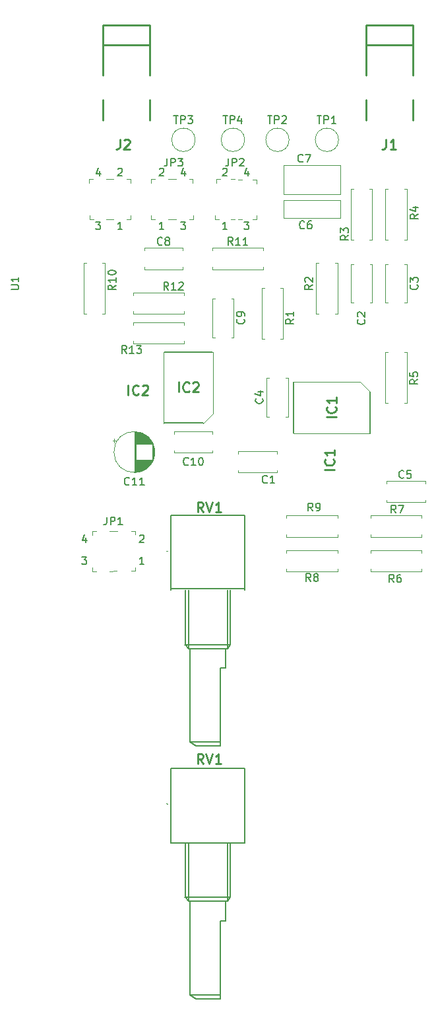
<source format=gbr>
G04 #@! TF.GenerationSoftware,KiCad,Pcbnew,(6.0.5)*
G04 #@! TF.CreationDate,2023-01-06T17:56:39+09:00*
G04 #@! TF.ProjectId,signalprocessing,7369676e-616c-4707-926f-63657373696e,rev?*
G04 #@! TF.SameCoordinates,Original*
G04 #@! TF.FileFunction,Legend,Top*
G04 #@! TF.FilePolarity,Positive*
%FSLAX46Y46*%
G04 Gerber Fmt 4.6, Leading zero omitted, Abs format (unit mm)*
G04 Created by KiCad (PCBNEW (6.0.5)) date 2023-01-06 17:56:39*
%MOMM*%
%LPD*%
G01*
G04 APERTURE LIST*
%ADD10C,0.150000*%
%ADD11C,0.254000*%
%ADD12C,0.120000*%
%ADD13C,0.100000*%
%ADD14C,0.200000*%
G04 APERTURE END LIST*
D10*
X83994666Y-98766380D02*
X84613714Y-98766380D01*
X84280380Y-99147333D01*
X84423238Y-99147333D01*
X84518476Y-99194952D01*
X84566095Y-99242571D01*
X84613714Y-99337809D01*
X84613714Y-99575904D01*
X84566095Y-99671142D01*
X84518476Y-99718761D01*
X84423238Y-99766380D01*
X84137523Y-99766380D01*
X84042285Y-99718761D01*
X83994666Y-99671142D01*
X94916666Y-98766380D02*
X95535714Y-98766380D01*
X95202380Y-99147333D01*
X95345238Y-99147333D01*
X95440476Y-99194952D01*
X95488095Y-99242571D01*
X95535714Y-99337809D01*
X95535714Y-99575904D01*
X95488095Y-99671142D01*
X95440476Y-99718761D01*
X95345238Y-99766380D01*
X95059523Y-99766380D01*
X94964285Y-99718761D01*
X94916666Y-99671142D01*
X100869714Y-99766380D02*
X100298285Y-99766380D01*
X100584000Y-99766380D02*
X100584000Y-98766380D01*
X100488761Y-98909238D01*
X100393523Y-99004476D01*
X100298285Y-99052095D01*
X84518476Y-92241714D02*
X84518476Y-92908380D01*
X84280380Y-91860761D02*
X84042285Y-92575047D01*
X84661333Y-92575047D01*
X100298285Y-92003619D02*
X100345904Y-91956000D01*
X100441142Y-91908380D01*
X100679238Y-91908380D01*
X100774476Y-91956000D01*
X100822095Y-92003619D01*
X100869714Y-92098857D01*
X100869714Y-92194095D01*
X100822095Y-92336952D01*
X100250666Y-92908380D01*
X100869714Y-92908380D01*
X89630285Y-138993619D02*
X89677904Y-138946000D01*
X89773142Y-138898380D01*
X90011238Y-138898380D01*
X90106476Y-138946000D01*
X90154095Y-138993619D01*
X90201714Y-139088857D01*
X90201714Y-139184095D01*
X90154095Y-139326952D01*
X89582666Y-139898380D01*
X90201714Y-139898380D01*
X103568476Y-92241714D02*
X103568476Y-92908380D01*
X103330380Y-91860761D02*
X103092285Y-92575047D01*
X103711333Y-92575047D01*
X90201714Y-142692380D02*
X89630285Y-142692380D01*
X89916000Y-142692380D02*
X89916000Y-141692380D01*
X89820761Y-141835238D01*
X89725523Y-141930476D01*
X89630285Y-141978095D01*
X82216666Y-141692380D02*
X82835714Y-141692380D01*
X82502380Y-142073333D01*
X82645238Y-142073333D01*
X82740476Y-142120952D01*
X82788095Y-142168571D01*
X82835714Y-142263809D01*
X82835714Y-142501904D01*
X82788095Y-142597142D01*
X82740476Y-142644761D01*
X82645238Y-142692380D01*
X82359523Y-142692380D01*
X82264285Y-142644761D01*
X82216666Y-142597142D01*
X103044666Y-98766380D02*
X103663714Y-98766380D01*
X103330380Y-99147333D01*
X103473238Y-99147333D01*
X103568476Y-99194952D01*
X103616095Y-99242571D01*
X103663714Y-99337809D01*
X103663714Y-99575904D01*
X103616095Y-99671142D01*
X103568476Y-99718761D01*
X103473238Y-99766380D01*
X103187523Y-99766380D01*
X103092285Y-99718761D01*
X103044666Y-99671142D01*
X92741714Y-99766380D02*
X92170285Y-99766380D01*
X92456000Y-99766380D02*
X92456000Y-98766380D01*
X92360761Y-98909238D01*
X92265523Y-99004476D01*
X92170285Y-99052095D01*
X82740476Y-139231714D02*
X82740476Y-139898380D01*
X82502380Y-138850761D02*
X82264285Y-139565047D01*
X82883333Y-139565047D01*
X92170285Y-92003619D02*
X92217904Y-91956000D01*
X92313142Y-91908380D01*
X92551238Y-91908380D01*
X92646476Y-91956000D01*
X92694095Y-92003619D01*
X92741714Y-92098857D01*
X92741714Y-92194095D01*
X92694095Y-92336952D01*
X92122666Y-92908380D01*
X92741714Y-92908380D01*
X95440476Y-92241714D02*
X95440476Y-92908380D01*
X95202380Y-91860761D02*
X94964285Y-92575047D01*
X95583333Y-92575047D01*
X86836285Y-92003619D02*
X86883904Y-91956000D01*
X86979142Y-91908380D01*
X87217238Y-91908380D01*
X87312476Y-91956000D01*
X87360095Y-92003619D01*
X87407714Y-92098857D01*
X87407714Y-92194095D01*
X87360095Y-92336952D01*
X86788666Y-92908380D01*
X87407714Y-92908380D01*
X87407714Y-99766380D02*
X86836285Y-99766380D01*
X87122000Y-99766380D02*
X87122000Y-98766380D01*
X87026761Y-98909238D01*
X86931523Y-99004476D01*
X86836285Y-99052095D01*
G04 #@! TO.C,TP4*
X100338095Y-85177380D02*
X100909523Y-85177380D01*
X100623809Y-86177380D02*
X100623809Y-85177380D01*
X101242857Y-86177380D02*
X101242857Y-85177380D01*
X101623809Y-85177380D01*
X101719047Y-85225000D01*
X101766666Y-85272619D01*
X101814285Y-85367857D01*
X101814285Y-85510714D01*
X101766666Y-85605952D01*
X101719047Y-85653571D01*
X101623809Y-85701190D01*
X101242857Y-85701190D01*
X102671428Y-85510714D02*
X102671428Y-86177380D01*
X102433333Y-85129761D02*
X102195238Y-85844047D01*
X102814285Y-85844047D01*
G04 #@! TO.C,C10*
X95877142Y-129897142D02*
X95829523Y-129944761D01*
X95686666Y-129992380D01*
X95591428Y-129992380D01*
X95448571Y-129944761D01*
X95353333Y-129849523D01*
X95305714Y-129754285D01*
X95258095Y-129563809D01*
X95258095Y-129420952D01*
X95305714Y-129230476D01*
X95353333Y-129135238D01*
X95448571Y-129040000D01*
X95591428Y-128992380D01*
X95686666Y-128992380D01*
X95829523Y-129040000D01*
X95877142Y-129087619D01*
X96829523Y-129992380D02*
X96258095Y-129992380D01*
X96543809Y-129992380D02*
X96543809Y-128992380D01*
X96448571Y-129135238D01*
X96353333Y-129230476D01*
X96258095Y-129278095D01*
X97448571Y-128992380D02*
X97543809Y-128992380D01*
X97639047Y-129040000D01*
X97686666Y-129087619D01*
X97734285Y-129182857D01*
X97781904Y-129373333D01*
X97781904Y-129611428D01*
X97734285Y-129801904D01*
X97686666Y-129897142D01*
X97639047Y-129944761D01*
X97543809Y-129992380D01*
X97448571Y-129992380D01*
X97353333Y-129944761D01*
X97305714Y-129897142D01*
X97258095Y-129801904D01*
X97210476Y-129611428D01*
X97210476Y-129373333D01*
X97258095Y-129182857D01*
X97305714Y-129087619D01*
X97353333Y-129040000D01*
X97448571Y-128992380D01*
G04 #@! TO.C,C8*
X92520987Y-101677148D02*
X92473368Y-101724767D01*
X92330511Y-101772386D01*
X92235273Y-101772386D01*
X92092415Y-101724767D01*
X91997177Y-101629529D01*
X91949558Y-101534291D01*
X91901939Y-101343815D01*
X91901939Y-101200958D01*
X91949558Y-101010482D01*
X91997177Y-100915244D01*
X92092415Y-100820006D01*
X92235273Y-100772386D01*
X92330511Y-100772386D01*
X92473368Y-100820006D01*
X92520987Y-100867625D01*
X93092415Y-101200958D02*
X92997177Y-101153339D01*
X92949558Y-101105720D01*
X92901939Y-101010482D01*
X92901939Y-100962863D01*
X92949558Y-100867625D01*
X92997177Y-100820006D01*
X93092415Y-100772386D01*
X93282892Y-100772386D01*
X93378130Y-100820006D01*
X93425749Y-100867625D01*
X93473368Y-100962863D01*
X93473368Y-101010482D01*
X93425749Y-101105720D01*
X93378130Y-101153339D01*
X93282892Y-101200958D01*
X93092415Y-101200958D01*
X92997177Y-101248577D01*
X92949558Y-101296196D01*
X92901939Y-101391434D01*
X92901939Y-101581910D01*
X92949558Y-101677148D01*
X92997177Y-101724767D01*
X93092415Y-101772386D01*
X93282892Y-101772386D01*
X93378130Y-101724767D01*
X93425749Y-101677148D01*
X93473368Y-101581910D01*
X93473368Y-101391434D01*
X93425749Y-101296196D01*
X93378130Y-101248577D01*
X93282892Y-101200958D01*
G04 #@! TO.C,TP1*
X112403095Y-85177380D02*
X112974523Y-85177380D01*
X112688809Y-86177380D02*
X112688809Y-85177380D01*
X113307857Y-86177380D02*
X113307857Y-85177380D01*
X113688809Y-85177380D01*
X113784047Y-85225000D01*
X113831666Y-85272619D01*
X113879285Y-85367857D01*
X113879285Y-85510714D01*
X113831666Y-85605952D01*
X113784047Y-85653571D01*
X113688809Y-85701190D01*
X113307857Y-85701190D01*
X114831666Y-86177380D02*
X114260238Y-86177380D01*
X114545952Y-86177380D02*
X114545952Y-85177380D01*
X114450714Y-85320238D01*
X114355476Y-85415476D01*
X114260238Y-85463095D01*
G04 #@! TO.C,U1*
X73112380Y-107441904D02*
X73921904Y-107441904D01*
X74017142Y-107394285D01*
X74064761Y-107346666D01*
X74112380Y-107251428D01*
X74112380Y-107060952D01*
X74064761Y-106965714D01*
X74017142Y-106918095D01*
X73921904Y-106870476D01*
X73112380Y-106870476D01*
X74112380Y-105870476D02*
X74112380Y-106441904D01*
X74112380Y-106156190D02*
X73112380Y-106156190D01*
X73255238Y-106251428D01*
X73350476Y-106346666D01*
X73398095Y-106441904D01*
G04 #@! TO.C,R12*
X93315254Y-107504150D02*
X92981921Y-107027960D01*
X92743826Y-107504150D02*
X92743826Y-106504150D01*
X93124778Y-106504150D01*
X93220016Y-106551770D01*
X93267635Y-106599389D01*
X93315254Y-106694627D01*
X93315254Y-106837484D01*
X93267635Y-106932722D01*
X93220016Y-106980341D01*
X93124778Y-107027960D01*
X92743826Y-107027960D01*
X94267635Y-107504150D02*
X93696207Y-107504150D01*
X93981921Y-107504150D02*
X93981921Y-106504150D01*
X93886683Y-106647008D01*
X93791445Y-106742246D01*
X93696207Y-106789865D01*
X94648588Y-106599389D02*
X94696207Y-106551770D01*
X94791445Y-106504150D01*
X95029540Y-106504150D01*
X95124778Y-106551770D01*
X95172397Y-106599389D01*
X95220016Y-106694627D01*
X95220016Y-106789865D01*
X95172397Y-106932722D01*
X94600969Y-107504150D01*
X95220016Y-107504150D01*
G04 #@! TO.C,R10*
X86570924Y-106895690D02*
X86094734Y-107229023D01*
X86570924Y-107467118D02*
X85570924Y-107467118D01*
X85570924Y-107086166D01*
X85618544Y-106990928D01*
X85666163Y-106943309D01*
X85761401Y-106895690D01*
X85904258Y-106895690D01*
X85999496Y-106943309D01*
X86047115Y-106990928D01*
X86094734Y-107086166D01*
X86094734Y-107467118D01*
X86570924Y-105943309D02*
X86570924Y-106514737D01*
X86570924Y-106229023D02*
X85570924Y-106229023D01*
X85713782Y-106324261D01*
X85809020Y-106419499D01*
X85856639Y-106514737D01*
X85570924Y-105324261D02*
X85570924Y-105229023D01*
X85618544Y-105133785D01*
X85666163Y-105086166D01*
X85761401Y-105038547D01*
X85951877Y-104990928D01*
X86189972Y-104990928D01*
X86380448Y-105038547D01*
X86475686Y-105086166D01*
X86523305Y-105133785D01*
X86570924Y-105229023D01*
X86570924Y-105324261D01*
X86523305Y-105419499D01*
X86475686Y-105467118D01*
X86380448Y-105514737D01*
X86189972Y-105562356D01*
X85951877Y-105562356D01*
X85761401Y-105514737D01*
X85666163Y-105467118D01*
X85618544Y-105419499D01*
X85570924Y-105324261D01*
G04 #@! TO.C,R1*
X109401729Y-111223716D02*
X108925539Y-111557050D01*
X109401729Y-111795145D02*
X108401729Y-111795145D01*
X108401729Y-111414192D01*
X108449349Y-111318954D01*
X108496968Y-111271335D01*
X108592206Y-111223716D01*
X108735063Y-111223716D01*
X108830301Y-111271335D01*
X108877920Y-111318954D01*
X108925539Y-111414192D01*
X108925539Y-111795145D01*
X109401729Y-110271335D02*
X109401729Y-110842764D01*
X109401729Y-110557050D02*
X108401729Y-110557050D01*
X108544587Y-110652288D01*
X108639825Y-110747526D01*
X108687444Y-110842764D01*
G04 #@! TO.C,C11*
X88302030Y-132437142D02*
X88254411Y-132484761D01*
X88111554Y-132532380D01*
X88016316Y-132532380D01*
X87873459Y-132484761D01*
X87778221Y-132389523D01*
X87730602Y-132294285D01*
X87682983Y-132103809D01*
X87682983Y-131960952D01*
X87730602Y-131770476D01*
X87778221Y-131675238D01*
X87873459Y-131580000D01*
X88016316Y-131532380D01*
X88111554Y-131532380D01*
X88254411Y-131580000D01*
X88302030Y-131627619D01*
X89254411Y-132532380D02*
X88682983Y-132532380D01*
X88968697Y-132532380D02*
X88968697Y-131532380D01*
X88873459Y-131675238D01*
X88778221Y-131770476D01*
X88682983Y-131818095D01*
X90206792Y-132532380D02*
X89635364Y-132532380D01*
X89921078Y-132532380D02*
X89921078Y-131532380D01*
X89825840Y-131675238D01*
X89730602Y-131770476D01*
X89635364Y-131818095D01*
D11*
G04 #@! TO.C,J1*
X121242666Y-88204523D02*
X121242666Y-89111666D01*
X121182190Y-89293095D01*
X121061238Y-89414047D01*
X120879809Y-89474523D01*
X120758857Y-89474523D01*
X122512666Y-89474523D02*
X121786952Y-89474523D01*
X122149809Y-89474523D02*
X122149809Y-88204523D01*
X122028857Y-88385952D01*
X121907904Y-88506904D01*
X121786952Y-88567380D01*
D10*
G04 #@! TO.C,R3*
X116432928Y-100506611D02*
X115956738Y-100839945D01*
X116432928Y-101078040D02*
X115432928Y-101078040D01*
X115432928Y-100697087D01*
X115480548Y-100601849D01*
X115528167Y-100554230D01*
X115623405Y-100506611D01*
X115766262Y-100506611D01*
X115861500Y-100554230D01*
X115909119Y-100601849D01*
X115956738Y-100697087D01*
X115956738Y-101078040D01*
X115432928Y-100173278D02*
X115432928Y-99554230D01*
X115813881Y-99887564D01*
X115813881Y-99744706D01*
X115861500Y-99649468D01*
X115909119Y-99601849D01*
X116004357Y-99554230D01*
X116242452Y-99554230D01*
X116337690Y-99601849D01*
X116385309Y-99649468D01*
X116432928Y-99744706D01*
X116432928Y-100030421D01*
X116385309Y-100125659D01*
X116337690Y-100173278D01*
G04 #@! TO.C,C1*
X106005333Y-132183142D02*
X105957714Y-132230761D01*
X105814857Y-132278380D01*
X105719619Y-132278380D01*
X105576761Y-132230761D01*
X105481523Y-132135523D01*
X105433904Y-132040285D01*
X105386285Y-131849809D01*
X105386285Y-131706952D01*
X105433904Y-131516476D01*
X105481523Y-131421238D01*
X105576761Y-131326000D01*
X105719619Y-131278380D01*
X105814857Y-131278380D01*
X105957714Y-131326000D01*
X106005333Y-131373619D01*
X106957714Y-132278380D02*
X106386285Y-132278380D01*
X106672000Y-132278380D02*
X106672000Y-131278380D01*
X106576761Y-131421238D01*
X106481523Y-131516476D01*
X106386285Y-131564095D01*
G04 #@! TO.C,JP2*
X101020666Y-90638380D02*
X101020666Y-91352666D01*
X100973047Y-91495523D01*
X100877809Y-91590761D01*
X100734952Y-91638380D01*
X100639714Y-91638380D01*
X101496857Y-91638380D02*
X101496857Y-90638380D01*
X101877809Y-90638380D01*
X101973047Y-90686000D01*
X102020666Y-90733619D01*
X102068285Y-90828857D01*
X102068285Y-90971714D01*
X102020666Y-91066952D01*
X101973047Y-91114571D01*
X101877809Y-91162190D01*
X101496857Y-91162190D01*
X102449238Y-90733619D02*
X102496857Y-90686000D01*
X102592095Y-90638380D01*
X102830190Y-90638380D01*
X102925428Y-90686000D01*
X102973047Y-90733619D01*
X103020666Y-90828857D01*
X103020666Y-90924095D01*
X102973047Y-91066952D01*
X102401619Y-91638380D01*
X103020666Y-91638380D01*
G04 #@! TO.C,R9*
X111847333Y-135834380D02*
X111514000Y-135358190D01*
X111275904Y-135834380D02*
X111275904Y-134834380D01*
X111656857Y-134834380D01*
X111752095Y-134882000D01*
X111799714Y-134929619D01*
X111847333Y-135024857D01*
X111847333Y-135167714D01*
X111799714Y-135262952D01*
X111752095Y-135310571D01*
X111656857Y-135358190D01*
X111275904Y-135358190D01*
X112323523Y-135834380D02*
X112514000Y-135834380D01*
X112609238Y-135786761D01*
X112656857Y-135739142D01*
X112752095Y-135596285D01*
X112799714Y-135405809D01*
X112799714Y-135024857D01*
X112752095Y-134929619D01*
X112704476Y-134882000D01*
X112609238Y-134834380D01*
X112418761Y-134834380D01*
X112323523Y-134882000D01*
X112275904Y-134929619D01*
X112228285Y-135024857D01*
X112228285Y-135262952D01*
X112275904Y-135358190D01*
X112323523Y-135405809D01*
X112418761Y-135453428D01*
X112609238Y-135453428D01*
X112704476Y-135405809D01*
X112752095Y-135358190D01*
X112799714Y-135262952D01*
G04 #@! TO.C,TP3*
X93988095Y-85177380D02*
X94559523Y-85177380D01*
X94273809Y-86177380D02*
X94273809Y-85177380D01*
X94892857Y-86177380D02*
X94892857Y-85177380D01*
X95273809Y-85177380D01*
X95369047Y-85225000D01*
X95416666Y-85272619D01*
X95464285Y-85367857D01*
X95464285Y-85510714D01*
X95416666Y-85605952D01*
X95369047Y-85653571D01*
X95273809Y-85701190D01*
X94892857Y-85701190D01*
X95797619Y-85177380D02*
X96416666Y-85177380D01*
X96083333Y-85558333D01*
X96226190Y-85558333D01*
X96321428Y-85605952D01*
X96369047Y-85653571D01*
X96416666Y-85748809D01*
X96416666Y-85986904D01*
X96369047Y-86082142D01*
X96321428Y-86129761D01*
X96226190Y-86177380D01*
X95940476Y-86177380D01*
X95845238Y-86129761D01*
X95797619Y-86082142D01*
G04 #@! TO.C,C7*
X110577333Y-91035142D02*
X110529714Y-91082761D01*
X110386857Y-91130380D01*
X110291619Y-91130380D01*
X110148761Y-91082761D01*
X110053523Y-90987523D01*
X110005904Y-90892285D01*
X109958285Y-90701809D01*
X109958285Y-90558952D01*
X110005904Y-90368476D01*
X110053523Y-90273238D01*
X110148761Y-90178000D01*
X110291619Y-90130380D01*
X110386857Y-90130380D01*
X110529714Y-90178000D01*
X110577333Y-90225619D01*
X110910666Y-90130380D02*
X111577333Y-90130380D01*
X111148761Y-91130380D01*
D11*
G04 #@! TO.C,J2*
X87080666Y-88204523D02*
X87080666Y-89111666D01*
X87020190Y-89293095D01*
X86899238Y-89414047D01*
X86717809Y-89474523D01*
X86596857Y-89474523D01*
X87624952Y-88325476D02*
X87685428Y-88265000D01*
X87806380Y-88204523D01*
X88108761Y-88204523D01*
X88229714Y-88265000D01*
X88290190Y-88325476D01*
X88350666Y-88446428D01*
X88350666Y-88567380D01*
X88290190Y-88748809D01*
X87564476Y-89474523D01*
X88350666Y-89474523D01*
D10*
G04 #@! TO.C,R6*
X122261333Y-144978380D02*
X121928000Y-144502190D01*
X121689904Y-144978380D02*
X121689904Y-143978380D01*
X122070857Y-143978380D01*
X122166095Y-144026000D01*
X122213714Y-144073619D01*
X122261333Y-144168857D01*
X122261333Y-144311714D01*
X122213714Y-144406952D01*
X122166095Y-144454571D01*
X122070857Y-144502190D01*
X121689904Y-144502190D01*
X123118476Y-143978380D02*
X122928000Y-143978380D01*
X122832761Y-144026000D01*
X122785142Y-144073619D01*
X122689904Y-144216476D01*
X122642285Y-144406952D01*
X122642285Y-144787904D01*
X122689904Y-144883142D01*
X122737523Y-144930761D01*
X122832761Y-144978380D01*
X123023238Y-144978380D01*
X123118476Y-144930761D01*
X123166095Y-144883142D01*
X123213714Y-144787904D01*
X123213714Y-144549809D01*
X123166095Y-144454571D01*
X123118476Y-144406952D01*
X123023238Y-144359333D01*
X122832761Y-144359333D01*
X122737523Y-144406952D01*
X122689904Y-144454571D01*
X122642285Y-144549809D01*
G04 #@! TO.C,JP3*
X93146666Y-90638380D02*
X93146666Y-91352666D01*
X93099047Y-91495523D01*
X93003809Y-91590761D01*
X92860952Y-91638380D01*
X92765714Y-91638380D01*
X93622857Y-91638380D02*
X93622857Y-90638380D01*
X94003809Y-90638380D01*
X94099047Y-90686000D01*
X94146666Y-90733619D01*
X94194285Y-90828857D01*
X94194285Y-90971714D01*
X94146666Y-91066952D01*
X94099047Y-91114571D01*
X94003809Y-91162190D01*
X93622857Y-91162190D01*
X94527619Y-90638380D02*
X95146666Y-90638380D01*
X94813333Y-91019333D01*
X94956190Y-91019333D01*
X95051428Y-91066952D01*
X95099047Y-91114571D01*
X95146666Y-91209809D01*
X95146666Y-91447904D01*
X95099047Y-91543142D01*
X95051428Y-91590761D01*
X94956190Y-91638380D01*
X94670476Y-91638380D01*
X94575238Y-91590761D01*
X94527619Y-91543142D01*
G04 #@! TO.C,JP1*
X85416666Y-136612380D02*
X85416666Y-137326666D01*
X85369047Y-137469523D01*
X85273809Y-137564761D01*
X85130952Y-137612380D01*
X85035714Y-137612380D01*
X85892857Y-137612380D02*
X85892857Y-136612380D01*
X86273809Y-136612380D01*
X86369047Y-136660000D01*
X86416666Y-136707619D01*
X86464285Y-136802857D01*
X86464285Y-136945714D01*
X86416666Y-137040952D01*
X86369047Y-137088571D01*
X86273809Y-137136190D01*
X85892857Y-137136190D01*
X87416666Y-137612380D02*
X86845238Y-137612380D01*
X87130952Y-137612380D02*
X87130952Y-136612380D01*
X87035714Y-136755238D01*
X86940476Y-136850476D01*
X86845238Y-136898095D01*
G04 #@! TO.C,R7*
X122515333Y-136088380D02*
X122182000Y-135612190D01*
X121943904Y-136088380D02*
X121943904Y-135088380D01*
X122324857Y-135088380D01*
X122420095Y-135136000D01*
X122467714Y-135183619D01*
X122515333Y-135278857D01*
X122515333Y-135421714D01*
X122467714Y-135516952D01*
X122420095Y-135564571D01*
X122324857Y-135612190D01*
X121943904Y-135612190D01*
X122848666Y-135088380D02*
X123515333Y-135088380D01*
X123086761Y-136088380D01*
G04 #@! TO.C,R8*
X111593333Y-144851380D02*
X111260000Y-144375190D01*
X111021904Y-144851380D02*
X111021904Y-143851380D01*
X111402857Y-143851380D01*
X111498095Y-143899000D01*
X111545714Y-143946619D01*
X111593333Y-144041857D01*
X111593333Y-144184714D01*
X111545714Y-144279952D01*
X111498095Y-144327571D01*
X111402857Y-144375190D01*
X111021904Y-144375190D01*
X112164761Y-144279952D02*
X112069523Y-144232333D01*
X112021904Y-144184714D01*
X111974285Y-144089476D01*
X111974285Y-144041857D01*
X112021904Y-143946619D01*
X112069523Y-143899000D01*
X112164761Y-143851380D01*
X112355238Y-143851380D01*
X112450476Y-143899000D01*
X112498095Y-143946619D01*
X112545714Y-144041857D01*
X112545714Y-144089476D01*
X112498095Y-144184714D01*
X112450476Y-144232333D01*
X112355238Y-144279952D01*
X112164761Y-144279952D01*
X112069523Y-144327571D01*
X112021904Y-144375190D01*
X111974285Y-144470428D01*
X111974285Y-144660904D01*
X112021904Y-144756142D01*
X112069523Y-144803761D01*
X112164761Y-144851380D01*
X112355238Y-144851380D01*
X112450476Y-144803761D01*
X112498095Y-144756142D01*
X112545714Y-144660904D01*
X112545714Y-144470428D01*
X112498095Y-144375190D01*
X112450476Y-144327571D01*
X112355238Y-144279952D01*
G04 #@! TO.C,R13*
X87947397Y-115643320D02*
X87614064Y-115167130D01*
X87375969Y-115643320D02*
X87375969Y-114643320D01*
X87756921Y-114643320D01*
X87852159Y-114690940D01*
X87899778Y-114738559D01*
X87947397Y-114833797D01*
X87947397Y-114976654D01*
X87899778Y-115071892D01*
X87852159Y-115119511D01*
X87756921Y-115167130D01*
X87375969Y-115167130D01*
X88899778Y-115643320D02*
X88328350Y-115643320D01*
X88614064Y-115643320D02*
X88614064Y-114643320D01*
X88518826Y-114786178D01*
X88423588Y-114881416D01*
X88328350Y-114929035D01*
X89233112Y-114643320D02*
X89852159Y-114643320D01*
X89518826Y-115024273D01*
X89661683Y-115024273D01*
X89756921Y-115071892D01*
X89804540Y-115119511D01*
X89852159Y-115214749D01*
X89852159Y-115452844D01*
X89804540Y-115548082D01*
X89756921Y-115595701D01*
X89661683Y-115643320D01*
X89375969Y-115643320D01*
X89280731Y-115595701D01*
X89233112Y-115548082D01*
G04 #@! TO.C,R11*
X101582105Y-101755742D02*
X101248772Y-101279552D01*
X101010677Y-101755742D02*
X101010677Y-100755742D01*
X101391629Y-100755742D01*
X101486867Y-100803362D01*
X101534486Y-100850981D01*
X101582105Y-100946219D01*
X101582105Y-101089076D01*
X101534486Y-101184314D01*
X101486867Y-101231933D01*
X101391629Y-101279552D01*
X101010677Y-101279552D01*
X102534486Y-101755742D02*
X101963058Y-101755742D01*
X102248772Y-101755742D02*
X102248772Y-100755742D01*
X102153534Y-100898600D01*
X102058296Y-100993838D01*
X101963058Y-101041457D01*
X103486867Y-101755742D02*
X102915439Y-101755742D01*
X103201153Y-101755742D02*
X103201153Y-100755742D01*
X103105915Y-100898600D01*
X103010677Y-100993838D01*
X102915439Y-101041457D01*
G04 #@! TO.C,C6*
X110768854Y-99569344D02*
X110721235Y-99616963D01*
X110578378Y-99664582D01*
X110483140Y-99664582D01*
X110340282Y-99616963D01*
X110245044Y-99521725D01*
X110197425Y-99426487D01*
X110149806Y-99236011D01*
X110149806Y-99093154D01*
X110197425Y-98902678D01*
X110245044Y-98807440D01*
X110340282Y-98712202D01*
X110483140Y-98664582D01*
X110578378Y-98664582D01*
X110721235Y-98712202D01*
X110768854Y-98759821D01*
X111625997Y-98664582D02*
X111435521Y-98664582D01*
X111340282Y-98712202D01*
X111292663Y-98759821D01*
X111197425Y-98902678D01*
X111149806Y-99093154D01*
X111149806Y-99474106D01*
X111197425Y-99569344D01*
X111245044Y-99616963D01*
X111340282Y-99664582D01*
X111530759Y-99664582D01*
X111625997Y-99616963D01*
X111673616Y-99569344D01*
X111721235Y-99474106D01*
X111721235Y-99236011D01*
X111673616Y-99140773D01*
X111625997Y-99093154D01*
X111530759Y-99045535D01*
X111340282Y-99045535D01*
X111245044Y-99093154D01*
X111197425Y-99140773D01*
X111149806Y-99236011D01*
G04 #@! TO.C,TP2*
X106053095Y-85177380D02*
X106624523Y-85177380D01*
X106338809Y-86177380D02*
X106338809Y-85177380D01*
X106957857Y-86177380D02*
X106957857Y-85177380D01*
X107338809Y-85177380D01*
X107434047Y-85225000D01*
X107481666Y-85272619D01*
X107529285Y-85367857D01*
X107529285Y-85510714D01*
X107481666Y-85605952D01*
X107434047Y-85653571D01*
X107338809Y-85701190D01*
X106957857Y-85701190D01*
X107910238Y-85272619D02*
X107957857Y-85225000D01*
X108053095Y-85177380D01*
X108291190Y-85177380D01*
X108386428Y-85225000D01*
X108434047Y-85272619D01*
X108481666Y-85367857D01*
X108481666Y-85463095D01*
X108434047Y-85605952D01*
X107862619Y-86177380D01*
X108481666Y-86177380D01*
G04 #@! TO.C,C3*
X125249092Y-106843934D02*
X125296711Y-106891553D01*
X125344330Y-107034410D01*
X125344330Y-107129648D01*
X125296711Y-107272506D01*
X125201473Y-107367744D01*
X125106235Y-107415363D01*
X124915759Y-107462982D01*
X124772902Y-107462982D01*
X124582426Y-107415363D01*
X124487188Y-107367744D01*
X124391950Y-107272506D01*
X124344330Y-107129648D01*
X124344330Y-107034410D01*
X124391950Y-106891553D01*
X124439569Y-106843934D01*
X124344330Y-106510601D02*
X124344330Y-105891553D01*
X124725283Y-106224887D01*
X124725283Y-106082029D01*
X124772902Y-105986791D01*
X124820521Y-105939172D01*
X124915759Y-105891553D01*
X125153854Y-105891553D01*
X125249092Y-105939172D01*
X125296711Y-105986791D01*
X125344330Y-106082029D01*
X125344330Y-106367744D01*
X125296711Y-106462982D01*
X125249092Y-106510601D01*
D11*
G04 #@! TO.C,RV1*
X97796047Y-168214523D02*
X97372714Y-167609761D01*
X97070333Y-168214523D02*
X97070333Y-166944523D01*
X97554142Y-166944523D01*
X97675095Y-167005000D01*
X97735571Y-167065476D01*
X97796047Y-167186428D01*
X97796047Y-167367857D01*
X97735571Y-167488809D01*
X97675095Y-167549285D01*
X97554142Y-167609761D01*
X97070333Y-167609761D01*
X98158904Y-166944523D02*
X98582238Y-168214523D01*
X99005571Y-166944523D01*
X100094142Y-168214523D02*
X99368428Y-168214523D01*
X99731285Y-168214523D02*
X99731285Y-166944523D01*
X99610333Y-167125952D01*
X99489380Y-167246904D01*
X99368428Y-167307380D01*
D10*
G04 #@! TO.C,C9*
X102998218Y-111257005D02*
X103045837Y-111304624D01*
X103093456Y-111447481D01*
X103093456Y-111542719D01*
X103045837Y-111685577D01*
X102950599Y-111780815D01*
X102855361Y-111828434D01*
X102664885Y-111876053D01*
X102522028Y-111876053D01*
X102331552Y-111828434D01*
X102236314Y-111780815D01*
X102141076Y-111685577D01*
X102093456Y-111542719D01*
X102093456Y-111447481D01*
X102141076Y-111304624D01*
X102188695Y-111257005D01*
X103093456Y-110780815D02*
X103093456Y-110590339D01*
X103045837Y-110495100D01*
X102998218Y-110447481D01*
X102855361Y-110352243D01*
X102664885Y-110304624D01*
X102283933Y-110304624D01*
X102188695Y-110352243D01*
X102141076Y-110399862D01*
X102093456Y-110495100D01*
X102093456Y-110685577D01*
X102141076Y-110780815D01*
X102188695Y-110828434D01*
X102283933Y-110876053D01*
X102522028Y-110876053D01*
X102617266Y-110828434D01*
X102664885Y-110780815D01*
X102712504Y-110685577D01*
X102712504Y-110495100D01*
X102664885Y-110399862D01*
X102617266Y-110352243D01*
X102522028Y-110304624D01*
D11*
G04 #@! TO.C,IC2*
X88168238Y-120970523D02*
X88168238Y-119700523D01*
X89498714Y-120849571D02*
X89438238Y-120910047D01*
X89256809Y-120970523D01*
X89135857Y-120970523D01*
X88954428Y-120910047D01*
X88833476Y-120789095D01*
X88773000Y-120668142D01*
X88712523Y-120426238D01*
X88712523Y-120244809D01*
X88773000Y-120002904D01*
X88833476Y-119881952D01*
X88954428Y-119761000D01*
X89135857Y-119700523D01*
X89256809Y-119700523D01*
X89438238Y-119761000D01*
X89498714Y-119821476D01*
X89982523Y-119821476D02*
X90043000Y-119761000D01*
X90163952Y-119700523D01*
X90466333Y-119700523D01*
X90587285Y-119761000D01*
X90647761Y-119821476D01*
X90708238Y-119942428D01*
X90708238Y-120063380D01*
X90647761Y-120244809D01*
X89922047Y-120970523D01*
X90708238Y-120970523D01*
X94645238Y-120589523D02*
X94645238Y-119319523D01*
X95975714Y-120468571D02*
X95915238Y-120529047D01*
X95733809Y-120589523D01*
X95612857Y-120589523D01*
X95431428Y-120529047D01*
X95310476Y-120408095D01*
X95250000Y-120287142D01*
X95189523Y-120045238D01*
X95189523Y-119863809D01*
X95250000Y-119621904D01*
X95310476Y-119500952D01*
X95431428Y-119380000D01*
X95612857Y-119319523D01*
X95733809Y-119319523D01*
X95915238Y-119380000D01*
X95975714Y-119440476D01*
X96459523Y-119440476D02*
X96520000Y-119380000D01*
X96640952Y-119319523D01*
X96943333Y-119319523D01*
X97064285Y-119380000D01*
X97124761Y-119440476D01*
X97185238Y-119561428D01*
X97185238Y-119682380D01*
X97124761Y-119863809D01*
X96399047Y-120589523D01*
X97185238Y-120589523D01*
D10*
G04 #@! TO.C,R2*
X111831380Y-106846666D02*
X111355190Y-107180000D01*
X111831380Y-107418095D02*
X110831380Y-107418095D01*
X110831380Y-107037142D01*
X110879000Y-106941904D01*
X110926619Y-106894285D01*
X111021857Y-106846666D01*
X111164714Y-106846666D01*
X111259952Y-106894285D01*
X111307571Y-106941904D01*
X111355190Y-107037142D01*
X111355190Y-107418095D01*
X110926619Y-106465714D02*
X110879000Y-106418095D01*
X110831380Y-106322857D01*
X110831380Y-106084761D01*
X110879000Y-105989523D01*
X110926619Y-105941904D01*
X111021857Y-105894285D01*
X111117095Y-105894285D01*
X111259952Y-105941904D01*
X111831380Y-106513333D01*
X111831380Y-105894285D01*
G04 #@! TO.C,C4*
X105378384Y-121426805D02*
X105426003Y-121474424D01*
X105473622Y-121617281D01*
X105473622Y-121712519D01*
X105426003Y-121855377D01*
X105330765Y-121950615D01*
X105235527Y-121998234D01*
X105045051Y-122045853D01*
X104902194Y-122045853D01*
X104711718Y-121998234D01*
X104616480Y-121950615D01*
X104521242Y-121855377D01*
X104473622Y-121712519D01*
X104473622Y-121617281D01*
X104521242Y-121474424D01*
X104568861Y-121426805D01*
X104806956Y-120569662D02*
X105473622Y-120569662D01*
X104426003Y-120807758D02*
X105140289Y-121045853D01*
X105140289Y-120426805D01*
G04 #@! TO.C,C5*
X123531333Y-131548142D02*
X123483714Y-131595761D01*
X123340857Y-131643380D01*
X123245619Y-131643380D01*
X123102761Y-131595761D01*
X123007523Y-131500523D01*
X122959904Y-131405285D01*
X122912285Y-131214809D01*
X122912285Y-131071952D01*
X122959904Y-130881476D01*
X123007523Y-130786238D01*
X123102761Y-130691000D01*
X123245619Y-130643380D01*
X123340857Y-130643380D01*
X123483714Y-130691000D01*
X123531333Y-130738619D01*
X124436095Y-130643380D02*
X123959904Y-130643380D01*
X123912285Y-131119571D01*
X123959904Y-131071952D01*
X124055142Y-131024333D01*
X124293238Y-131024333D01*
X124388476Y-131071952D01*
X124436095Y-131119571D01*
X124483714Y-131214809D01*
X124483714Y-131452904D01*
X124436095Y-131548142D01*
X124388476Y-131595761D01*
X124293238Y-131643380D01*
X124055142Y-131643380D01*
X123959904Y-131595761D01*
X123912285Y-131548142D01*
G04 #@! TO.C,R5*
X125319363Y-118977788D02*
X124843173Y-119311122D01*
X125319363Y-119549217D02*
X124319363Y-119549217D01*
X124319363Y-119168264D01*
X124366983Y-119073026D01*
X124414602Y-119025407D01*
X124509840Y-118977788D01*
X124652697Y-118977788D01*
X124747935Y-119025407D01*
X124795554Y-119073026D01*
X124843173Y-119168264D01*
X124843173Y-119549217D01*
X124319363Y-118073026D02*
X124319363Y-118549217D01*
X124795554Y-118596836D01*
X124747935Y-118549217D01*
X124700316Y-118453979D01*
X124700316Y-118215883D01*
X124747935Y-118120645D01*
X124795554Y-118073026D01*
X124890792Y-118025407D01*
X125128887Y-118025407D01*
X125224125Y-118073026D01*
X125271744Y-118120645D01*
X125319363Y-118215883D01*
X125319363Y-118453979D01*
X125271744Y-118549217D01*
X125224125Y-118596836D01*
G04 #@! TO.C,C2*
X118467142Y-111291666D02*
X118514761Y-111339285D01*
X118562380Y-111482142D01*
X118562380Y-111577380D01*
X118514761Y-111720238D01*
X118419523Y-111815476D01*
X118324285Y-111863095D01*
X118133809Y-111910714D01*
X117990952Y-111910714D01*
X117800476Y-111863095D01*
X117705238Y-111815476D01*
X117610000Y-111720238D01*
X117562380Y-111577380D01*
X117562380Y-111482142D01*
X117610000Y-111339285D01*
X117657619Y-111291666D01*
X117657619Y-110910714D02*
X117610000Y-110863095D01*
X117562380Y-110767857D01*
X117562380Y-110529761D01*
X117610000Y-110434523D01*
X117657619Y-110386904D01*
X117752857Y-110339285D01*
X117848095Y-110339285D01*
X117990952Y-110386904D01*
X118562380Y-110958333D01*
X118562380Y-110339285D01*
D11*
G04 #@! TO.C,IC1*
X114620523Y-130525761D02*
X113350523Y-130525761D01*
X114499571Y-129195285D02*
X114560047Y-129255761D01*
X114620523Y-129437190D01*
X114620523Y-129558142D01*
X114560047Y-129739571D01*
X114439095Y-129860523D01*
X114318142Y-129921000D01*
X114076238Y-129981476D01*
X113894809Y-129981476D01*
X113652904Y-129921000D01*
X113531952Y-129860523D01*
X113411000Y-129739571D01*
X113350523Y-129558142D01*
X113350523Y-129437190D01*
X113411000Y-129255761D01*
X113471476Y-129195285D01*
X114620523Y-127985761D02*
X114620523Y-128711476D01*
X114620523Y-128348619D02*
X113350523Y-128348619D01*
X113531952Y-128469571D01*
X113652904Y-128590523D01*
X113713380Y-128711476D01*
X114874523Y-123794761D02*
X113604523Y-123794761D01*
X114753571Y-122464285D02*
X114814047Y-122524761D01*
X114874523Y-122706190D01*
X114874523Y-122827142D01*
X114814047Y-123008571D01*
X114693095Y-123129523D01*
X114572142Y-123190000D01*
X114330238Y-123250476D01*
X114148809Y-123250476D01*
X113906904Y-123190000D01*
X113785952Y-123129523D01*
X113665000Y-123008571D01*
X113604523Y-122827142D01*
X113604523Y-122706190D01*
X113665000Y-122524761D01*
X113725476Y-122464285D01*
X114874523Y-121254761D02*
X114874523Y-121980476D01*
X114874523Y-121617619D02*
X113604523Y-121617619D01*
X113785952Y-121738571D01*
X113906904Y-121859523D01*
X113967380Y-121980476D01*
G04 #@! TO.C,RV1*
X97796047Y-135956523D02*
X97372714Y-135351761D01*
X97070333Y-135956523D02*
X97070333Y-134686523D01*
X97554142Y-134686523D01*
X97675095Y-134747000D01*
X97735571Y-134807476D01*
X97796047Y-134928428D01*
X97796047Y-135109857D01*
X97735571Y-135230809D01*
X97675095Y-135291285D01*
X97554142Y-135351761D01*
X97070333Y-135351761D01*
X98158904Y-134686523D02*
X98582238Y-135956523D01*
X99005571Y-134686523D01*
X100094142Y-135956523D02*
X99368428Y-135956523D01*
X99731285Y-135956523D02*
X99731285Y-134686523D01*
X99610333Y-134867952D01*
X99489380Y-134988904D01*
X99368428Y-135049380D01*
D10*
G04 #@! TO.C,R4*
X125344330Y-97780994D02*
X124868140Y-98114328D01*
X125344330Y-98352423D02*
X124344330Y-98352423D01*
X124344330Y-97971470D01*
X124391950Y-97876232D01*
X124439569Y-97828613D01*
X124534807Y-97780994D01*
X124677664Y-97780994D01*
X124772902Y-97828613D01*
X124820521Y-97876232D01*
X124868140Y-97971470D01*
X124868140Y-98352423D01*
X124677664Y-96923851D02*
X125344330Y-96923851D01*
X124296711Y-97161947D02*
X125010997Y-97400042D01*
X125010997Y-96780994D01*
D12*
G04 #@! TO.C,TP4*
X103100000Y-88265000D02*
G75*
G03*
X103100000Y-88265000I-1500000J0D01*
G01*
G04 #@! TO.C,C10*
X94050000Y-125945000D02*
X94050000Y-125630000D01*
X98990000Y-125630000D02*
X94050000Y-125630000D01*
X94050000Y-128370000D02*
X94050000Y-128055000D01*
X98990000Y-128370000D02*
X94050000Y-128370000D01*
X98990000Y-125945000D02*
X98990000Y-125630000D01*
X98990000Y-128370000D02*
X98990000Y-128055000D01*
G04 #@! TO.C,C8*
X90240000Y-104560000D02*
X90240000Y-104875000D01*
X95180000Y-104560000D02*
X95180000Y-104875000D01*
X90240000Y-102135000D02*
X95180000Y-102135000D01*
X95180000Y-102135000D02*
X95180000Y-102450000D01*
X90240000Y-104875000D02*
X95180000Y-104875000D01*
X90240000Y-102135000D02*
X90240000Y-102450000D01*
G04 #@! TO.C,TP1*
X115165000Y-88265000D02*
G75*
G03*
X115165000Y-88265000I-1500000J0D01*
G01*
G04 #@! TO.C,R12*
X88805000Y-110590000D02*
X95345000Y-110590000D01*
X88805000Y-110260000D02*
X88805000Y-110590000D01*
X88805000Y-107850000D02*
X95345000Y-107850000D01*
X88805000Y-108180000D02*
X88805000Y-107850000D01*
X95345000Y-110590000D02*
X95345000Y-110260000D01*
X95345000Y-107850000D02*
X95345000Y-108180000D01*
G04 #@! TO.C,R10*
X85190000Y-104045000D02*
X84860000Y-104045000D01*
X84860000Y-110585000D02*
X85190000Y-110585000D01*
X82450000Y-104045000D02*
X82780000Y-104045000D01*
X85190000Y-110585000D02*
X85190000Y-104045000D01*
X82780000Y-110585000D02*
X82450000Y-110585000D01*
X82450000Y-110585000D02*
X82450000Y-104045000D01*
G04 #@! TO.C,R1*
X108050000Y-113760000D02*
X108050000Y-107220000D01*
X107720000Y-113760000D02*
X108050000Y-113760000D01*
X105640000Y-113760000D02*
X105310000Y-113760000D01*
X108050000Y-107220000D02*
X107720000Y-107220000D01*
X105310000Y-107220000D02*
X105640000Y-107220000D01*
X105310000Y-113760000D02*
X105310000Y-107220000D01*
G04 #@! TO.C,C11*
X90345888Y-129310000D02*
X90345888Y-130445000D01*
X89985888Y-129310000D02*
X89985888Y-130635000D01*
X89504888Y-125750000D02*
X89504888Y-127230000D01*
X90185888Y-129310000D02*
X90185888Y-130538000D01*
X90825888Y-126485000D02*
X90825888Y-127230000D01*
X89945888Y-129310000D02*
X89945888Y-130652000D01*
X89544888Y-129310000D02*
X89544888Y-130781000D01*
X90665888Y-126333000D02*
X90665888Y-127230000D01*
X90745888Y-126406000D02*
X90745888Y-127230000D01*
X89865888Y-129310000D02*
X89865888Y-130684000D01*
X89224888Y-129310000D02*
X89224888Y-130835000D01*
X90865888Y-129310000D02*
X90865888Y-130013000D01*
X88984888Y-125690000D02*
X88984888Y-130850000D01*
X89304888Y-125714000D02*
X89304888Y-127230000D01*
X89985888Y-125905000D02*
X89985888Y-127230000D01*
X91145888Y-129310000D02*
X91145888Y-129653000D01*
X89945888Y-125888000D02*
X89945888Y-127230000D01*
X89144888Y-125697000D02*
X89144888Y-130843000D01*
X89705888Y-129310000D02*
X89705888Y-130738000D01*
X90705888Y-126369000D02*
X90705888Y-127230000D01*
X90185888Y-126002000D02*
X90185888Y-127230000D01*
X90665888Y-129310000D02*
X90665888Y-130207000D01*
X86140113Y-126795000D02*
X86640113Y-126795000D01*
X91425888Y-127465000D02*
X91425888Y-129075000D01*
X89584888Y-129310000D02*
X89584888Y-130771000D01*
X90145888Y-125980000D02*
X90145888Y-127230000D01*
X91265888Y-127092000D02*
X91265888Y-129448000D01*
X90065888Y-125941000D02*
X90065888Y-127230000D01*
X89184888Y-125701000D02*
X89184888Y-127230000D01*
X91105888Y-129310000D02*
X91105888Y-129713000D01*
X90305888Y-126070000D02*
X90305888Y-127230000D01*
X91025888Y-126716000D02*
X91025888Y-127230000D01*
X89544888Y-125759000D02*
X89544888Y-127230000D01*
X90225888Y-129310000D02*
X90225888Y-130517000D01*
X90585888Y-129310000D02*
X90585888Y-130274000D01*
X90505888Y-129310000D02*
X90505888Y-130335000D01*
X90265888Y-126046000D02*
X90265888Y-127230000D01*
X91305888Y-127172000D02*
X91305888Y-129368000D01*
X89464888Y-125742000D02*
X89464888Y-127230000D01*
X90145888Y-129310000D02*
X90145888Y-130560000D01*
X89584888Y-125769000D02*
X89584888Y-127230000D01*
X90545888Y-126235000D02*
X90545888Y-127230000D01*
X89224888Y-125705000D02*
X89224888Y-127230000D01*
X90825888Y-129310000D02*
X90825888Y-130055000D01*
X90985888Y-129310000D02*
X90985888Y-129875000D01*
X89624888Y-125779000D02*
X89624888Y-127230000D01*
X91465888Y-127593000D02*
X91465888Y-128947000D01*
X90625888Y-129310000D02*
X90625888Y-130241000D01*
X91025888Y-129310000D02*
X91025888Y-129824000D01*
X91065888Y-129310000D02*
X91065888Y-129770000D01*
X90105888Y-129310000D02*
X90105888Y-130580000D01*
X90745888Y-129310000D02*
X90745888Y-130134000D01*
X90625888Y-126299000D02*
X90625888Y-127230000D01*
X90985888Y-126665000D02*
X90985888Y-127230000D01*
X89665888Y-129310000D02*
X89665888Y-130750000D01*
X89745888Y-125815000D02*
X89745888Y-127230000D01*
X88944888Y-125690000D02*
X88944888Y-130850000D01*
X91385888Y-127355000D02*
X91385888Y-129185000D01*
X90945888Y-126617000D02*
X90945888Y-127230000D01*
X90425888Y-126148000D02*
X90425888Y-127230000D01*
X90065888Y-129310000D02*
X90065888Y-130599000D01*
X90465888Y-126175000D02*
X90465888Y-127230000D01*
X90465888Y-129310000D02*
X90465888Y-130365000D01*
X90585888Y-126266000D02*
X90585888Y-127230000D01*
X89344888Y-125720000D02*
X89344888Y-127230000D01*
X89184888Y-129310000D02*
X89184888Y-130839000D01*
X90105888Y-125960000D02*
X90105888Y-127230000D01*
X89104888Y-125694000D02*
X89104888Y-130846000D01*
X90905888Y-129310000D02*
X90905888Y-129969000D01*
X91065888Y-126770000D02*
X91065888Y-127230000D01*
X89825888Y-129310000D02*
X89825888Y-130698000D01*
X91185888Y-126951000D02*
X91185888Y-127230000D01*
X89384888Y-129310000D02*
X89384888Y-130813000D01*
X90025888Y-125922000D02*
X90025888Y-127230000D01*
X91105888Y-126827000D02*
X91105888Y-127230000D01*
X89785888Y-129310000D02*
X89785888Y-130712000D01*
X90225888Y-126023000D02*
X90225888Y-127230000D01*
X90265888Y-129310000D02*
X90265888Y-130494000D01*
X91145888Y-126887000D02*
X91145888Y-127230000D01*
X89905888Y-129310000D02*
X89905888Y-130668000D01*
X91225888Y-129310000D02*
X91225888Y-129521000D01*
X90025888Y-129310000D02*
X90025888Y-130618000D01*
X89264888Y-125709000D02*
X89264888Y-127230000D01*
X89424888Y-129310000D02*
X89424888Y-130806000D01*
X90345888Y-126095000D02*
X90345888Y-127230000D01*
X89825888Y-125842000D02*
X89825888Y-127230000D01*
X90505888Y-126205000D02*
X90505888Y-127230000D01*
X91505888Y-127752000D02*
X91505888Y-128788000D01*
X90905888Y-126571000D02*
X90905888Y-127230000D01*
X89865888Y-125856000D02*
X89865888Y-127230000D01*
X90865888Y-126527000D02*
X90865888Y-127230000D01*
X90705888Y-129310000D02*
X90705888Y-130171000D01*
X89304888Y-129310000D02*
X89304888Y-130826000D01*
X91545888Y-127986000D02*
X91545888Y-128554000D01*
X90785888Y-129310000D02*
X90785888Y-130096000D01*
X89024888Y-125691000D02*
X89024888Y-130849000D01*
X89504888Y-129310000D02*
X89504888Y-130790000D01*
X90425888Y-129310000D02*
X90425888Y-130392000D01*
X89424888Y-125734000D02*
X89424888Y-127230000D01*
X90785888Y-126444000D02*
X90785888Y-127230000D01*
X89745888Y-129310000D02*
X89745888Y-130725000D01*
X90385888Y-129310000D02*
X90385888Y-130419000D01*
X89344888Y-129310000D02*
X89344888Y-130820000D01*
X89264888Y-129310000D02*
X89264888Y-130831000D01*
X89705888Y-125802000D02*
X89705888Y-127230000D01*
X91345888Y-127259000D02*
X91345888Y-129281000D01*
X90305888Y-129310000D02*
X90305888Y-130470000D01*
X89064888Y-125692000D02*
X89064888Y-130848000D01*
X91185888Y-129310000D02*
X91185888Y-129589000D01*
X86390113Y-126545000D02*
X86390113Y-127045000D01*
X89665888Y-125790000D02*
X89665888Y-127230000D01*
X90545888Y-129310000D02*
X90545888Y-130305000D01*
X91225888Y-127019000D02*
X91225888Y-127230000D01*
X89905888Y-125872000D02*
X89905888Y-127230000D01*
X89464888Y-129310000D02*
X89464888Y-130798000D01*
X90385888Y-126121000D02*
X90385888Y-127230000D01*
X90945888Y-129310000D02*
X90945888Y-129923000D01*
X89785888Y-125828000D02*
X89785888Y-127230000D01*
X89384888Y-125727000D02*
X89384888Y-127230000D01*
X89624888Y-129310000D02*
X89624888Y-130761000D01*
X91564888Y-128270000D02*
G75*
G03*
X91564888Y-128270000I-2620000J0D01*
G01*
D11*
G04 #@! TO.C,J1*
X118666000Y-83120500D02*
X118666000Y-85767500D01*
X124666000Y-76067500D02*
X124666000Y-73567500D01*
X118666000Y-76067500D02*
X118666000Y-80010500D01*
X118666000Y-73567500D02*
X124666000Y-73567500D01*
X118666000Y-76067500D02*
X124666000Y-76067500D01*
X118666000Y-73567500D02*
X118666000Y-76067500D01*
X124666000Y-76067500D02*
X124666000Y-80010500D01*
X124666000Y-83120500D02*
X124666000Y-85767500D01*
D12*
G04 #@! TO.C,R3*
X119480000Y-101060000D02*
X119150000Y-101060000D01*
X117070000Y-94520000D02*
X116740000Y-94520000D01*
X119150000Y-94520000D02*
X119480000Y-94520000D01*
X116740000Y-94520000D02*
X116740000Y-101060000D01*
X119480000Y-94520000D02*
X119480000Y-101060000D01*
X116740000Y-101060000D02*
X117070000Y-101060000D01*
G04 #@! TO.C,C1*
X102305000Y-130910000D02*
X102305000Y-130595000D01*
X107245000Y-128170000D02*
X102305000Y-128170000D01*
X107245000Y-130910000D02*
X107245000Y-130595000D01*
X107245000Y-130910000D02*
X102305000Y-130910000D01*
X102305000Y-128485000D02*
X102305000Y-128170000D01*
X107245000Y-128485000D02*
X107245000Y-128170000D01*
D13*
G04 #@! TO.C,JP2*
X101865000Y-98455000D02*
X101365000Y-98455000D01*
X99315000Y-98455000D02*
X99815000Y-98455000D01*
X101855000Y-93305000D02*
X101355000Y-93305000D01*
X99315000Y-98455000D02*
X99315000Y-97955000D01*
X99450000Y-93315000D02*
X99950000Y-93315000D01*
X99450000Y-93315000D02*
X99450000Y-93815000D01*
D12*
G04 #@! TO.C,R9*
X115030000Y-139165000D02*
X108490000Y-139165000D01*
X115030000Y-138835000D02*
X115030000Y-139165000D01*
X115030000Y-136425000D02*
X108490000Y-136425000D01*
X108490000Y-136425000D02*
X108490000Y-136755000D01*
X115030000Y-136755000D02*
X115030000Y-136425000D01*
X108490000Y-139165000D02*
X108490000Y-138835000D01*
G04 #@! TO.C,TP3*
X96750000Y-88265000D02*
G75*
G03*
X96750000Y-88265000I-1500000J0D01*
G01*
G04 #@! TO.C,C7*
X115380000Y-91475000D02*
X115380000Y-95215000D01*
X108140000Y-95215000D02*
X115380000Y-95215000D01*
X108140000Y-91475000D02*
X108140000Y-95215000D01*
X108140000Y-91475000D02*
X115380000Y-91475000D01*
D11*
G04 #@! TO.C,J2*
X84884000Y-83120500D02*
X84884000Y-85767500D01*
X90884000Y-83120500D02*
X90884000Y-85767500D01*
X84884000Y-73567500D02*
X90884000Y-73567500D01*
X84884000Y-76067500D02*
X84884000Y-80010500D01*
X90884000Y-76067500D02*
X90884000Y-73567500D01*
X90884000Y-76067500D02*
X90884000Y-80010500D01*
X84884000Y-73567500D02*
X84884000Y-76067500D01*
X84884000Y-76067500D02*
X90884000Y-76067500D01*
D12*
G04 #@! TO.C,R6*
X119285000Y-141200000D02*
X119285000Y-140870000D01*
X119285000Y-143610000D02*
X125825000Y-143610000D01*
X119285000Y-143280000D02*
X119285000Y-143610000D01*
X119285000Y-140870000D02*
X125825000Y-140870000D01*
X125825000Y-143610000D02*
X125825000Y-143280000D01*
X125825000Y-140870000D02*
X125825000Y-141200000D01*
D13*
G04 #@! TO.C,JP3*
X96475000Y-98452500D02*
X95975000Y-98452500D01*
X96465000Y-93302500D02*
X95965000Y-93302500D01*
X96475000Y-98452500D02*
X96475000Y-97952500D01*
X93795000Y-98447500D02*
X94295000Y-98447500D01*
X93815000Y-93307500D02*
X94315000Y-93307500D01*
X96465000Y-93302500D02*
X96465000Y-93802500D01*
G04 #@! TO.C,JP1*
X89020000Y-138385000D02*
X88520000Y-138385000D01*
X89030000Y-143535000D02*
X89030000Y-143035000D01*
X89020000Y-138385000D02*
X89020000Y-138885000D01*
X89030000Y-143535000D02*
X88530000Y-143535000D01*
X86230000Y-143535000D02*
X86730000Y-143535000D01*
X86250000Y-138395000D02*
X86750000Y-138395000D01*
D12*
G04 #@! TO.C,R7*
X125825000Y-136755000D02*
X125825000Y-136425000D01*
X125825000Y-136425000D02*
X119285000Y-136425000D01*
X125825000Y-138835000D02*
X125825000Y-139165000D01*
X125825000Y-139165000D02*
X119285000Y-139165000D01*
X119285000Y-139165000D02*
X119285000Y-138835000D01*
X119285000Y-136425000D02*
X119285000Y-136755000D01*
G04 #@! TO.C,R8*
X108490000Y-141200000D02*
X108490000Y-140870000D01*
X108490000Y-143280000D02*
X108490000Y-143610000D01*
X108490000Y-143610000D02*
X115030000Y-143610000D01*
X115030000Y-143610000D02*
X115030000Y-143280000D01*
X108490000Y-140870000D02*
X115030000Y-140870000D01*
X115030000Y-140870000D02*
X115030000Y-141200000D01*
G04 #@! TO.C,R13*
X88805000Y-114400000D02*
X95345000Y-114400000D01*
X88805000Y-114070000D02*
X88805000Y-114400000D01*
X95345000Y-111660000D02*
X95345000Y-111990000D01*
X88805000Y-111660000D02*
X95345000Y-111660000D01*
X95345000Y-114400000D02*
X95345000Y-114070000D01*
X88805000Y-111990000D02*
X88805000Y-111660000D01*
G04 #@! TO.C,R11*
X98965000Y-102135000D02*
X98965000Y-102465000D01*
X105505000Y-102465000D02*
X105505000Y-102135000D01*
X105505000Y-104545000D02*
X105505000Y-104875000D01*
X98965000Y-104875000D02*
X98965000Y-104545000D01*
X105505000Y-104875000D02*
X98965000Y-104875000D01*
X105505000Y-102135000D02*
X98965000Y-102135000D01*
D13*
G04 #@! TO.C,JP11*
X83573500Y-138405000D02*
X84073500Y-138405000D01*
X83583500Y-143555000D02*
X83583500Y-143055000D01*
X86227799Y-138396421D02*
X85727799Y-138396421D01*
X83573500Y-138405000D02*
X83573500Y-138905000D01*
X83583500Y-143555000D02*
X84083500Y-143555000D01*
X86222470Y-143543579D02*
X85722470Y-143543579D01*
G04 #@! TO.C,JP12*
X104644000Y-93345000D02*
X104644000Y-93845000D01*
X102239000Y-93345000D02*
X102739000Y-93345000D01*
X104644000Y-93345000D02*
X104144000Y-93345000D01*
X104644000Y-98425000D02*
X104144000Y-98425000D01*
X104644000Y-98425000D02*
X104644000Y-97925000D01*
X102239000Y-98425000D02*
X102739000Y-98425000D01*
D12*
G04 #@! TO.C,C6*
X108140000Y-96035000D02*
X115380000Y-96035000D01*
X115380000Y-96035000D02*
X115380000Y-98275000D01*
X108140000Y-98275000D02*
X115380000Y-98275000D01*
X108140000Y-96035000D02*
X108140000Y-98275000D01*
G04 #@! TO.C,TP2*
X108815000Y-88265000D02*
G75*
G03*
X108815000Y-88265000I-1500000J0D01*
G01*
G04 #@! TO.C,C3*
X123925000Y-104210000D02*
X123610000Y-104210000D01*
X121185000Y-104210000D02*
X121185000Y-109150000D01*
X123925000Y-104210000D02*
X123925000Y-109150000D01*
X123925000Y-109150000D02*
X123610000Y-109150000D01*
X121500000Y-109150000D02*
X121185000Y-109150000D01*
X121500000Y-104210000D02*
X121185000Y-104210000D01*
D14*
G04 #@! TO.C,RV1*
X99985000Y-188355000D02*
X99985000Y-198355000D01*
X95885000Y-185855000D02*
X95485000Y-185355000D01*
X100885000Y-185855000D02*
X95885000Y-185855000D01*
X100685000Y-185855000D02*
X100685000Y-188355000D01*
X101285000Y-178355000D02*
X101285000Y-185355000D01*
X100885000Y-178355000D02*
X100885000Y-185855000D01*
D13*
X93085000Y-173355000D02*
X93085000Y-173355000D01*
D14*
X95485000Y-178355000D02*
X95485000Y-178355000D01*
X99985000Y-197855000D02*
X96085000Y-197855000D01*
X96885000Y-198355000D02*
X96085000Y-197855000D01*
X95485000Y-185355000D02*
X95485000Y-178355000D01*
X101285000Y-185355000D02*
X101285000Y-185355000D01*
X100685000Y-188355000D02*
X99985000Y-188355000D01*
X99985000Y-198355000D02*
X96885000Y-198355000D01*
X103135000Y-178355000D02*
X93635000Y-178355000D01*
X95885000Y-185855000D02*
X95885000Y-178355000D01*
X100885000Y-185855000D02*
X100885000Y-185855000D01*
X101285000Y-185355000D02*
X100885000Y-185855000D01*
X101285000Y-185355000D02*
X95385000Y-185355000D01*
X100885000Y-185855000D02*
X95885000Y-185855000D01*
X96085000Y-197855000D02*
X96085000Y-185855000D01*
X103135000Y-168805000D02*
X103135000Y-178355000D01*
X93635000Y-178355000D02*
X93635000Y-168805000D01*
D13*
X93185000Y-173355000D02*
X93185000Y-173355000D01*
D14*
X93635000Y-168805000D02*
X103135000Y-168805000D01*
D13*
X93085000Y-173355000D02*
G75*
G03*
X93185000Y-173355000I50000J0D01*
G01*
X93185000Y-173355000D02*
G75*
G03*
X93085000Y-173355000I-50000J0D01*
G01*
D12*
G04 #@! TO.C,C9*
X98960000Y-113595000D02*
X98960000Y-108655000D01*
X101385000Y-108655000D02*
X101700000Y-108655000D01*
X98960000Y-108655000D02*
X99275000Y-108655000D01*
X98960000Y-113595000D02*
X99275000Y-113595000D01*
X101385000Y-113595000D02*
X101700000Y-113595000D01*
X101700000Y-113595000D02*
X101700000Y-108655000D01*
G04 #@! TO.C,IC2*
X99034799Y-115433323D02*
X99036472Y-123315853D01*
D14*
X98993178Y-115467060D02*
X92745217Y-115469769D01*
D12*
X92710000Y-124593150D02*
X92710000Y-115493150D01*
D14*
X97791979Y-124563668D02*
X92748378Y-124562638D01*
D12*
X99031080Y-123326601D02*
X97818618Y-124600014D01*
G04 #@! TO.C,R2*
X112625000Y-104045000D02*
X112295000Y-104045000D01*
X114705000Y-104045000D02*
X115035000Y-104045000D01*
X112295000Y-104045000D02*
X112295000Y-110585000D01*
X115035000Y-110585000D02*
X114705000Y-110585000D01*
X112295000Y-110585000D02*
X112625000Y-110585000D01*
X115035000Y-104045000D02*
X115035000Y-110585000D01*
G04 #@! TO.C,C4*
X108685000Y-118815000D02*
X108685000Y-123755000D01*
X108685000Y-118815000D02*
X108370000Y-118815000D01*
X106260000Y-123755000D02*
X105945000Y-123755000D01*
X108685000Y-123755000D02*
X108370000Y-123755000D01*
X106260000Y-118815000D02*
X105945000Y-118815000D01*
X105945000Y-118815000D02*
X105945000Y-123755000D01*
G04 #@! TO.C,C5*
X121355000Y-131980000D02*
X126295000Y-131980000D01*
X121355000Y-134405000D02*
X121355000Y-134720000D01*
X121355000Y-131980000D02*
X121355000Y-132295000D01*
X126295000Y-131980000D02*
X126295000Y-132295000D01*
X126295000Y-134405000D02*
X126295000Y-134720000D01*
X121355000Y-134720000D02*
X126295000Y-134720000D01*
D13*
G04 #@! TO.C,JP14*
X85855000Y-93320000D02*
X85355000Y-93320000D01*
X85835000Y-98460000D02*
X85335000Y-98460000D01*
X83175000Y-93315000D02*
X83175000Y-93815000D01*
X83175000Y-93315000D02*
X83675000Y-93315000D01*
X83185000Y-98465000D02*
X83185000Y-97965000D01*
X83185000Y-98465000D02*
X83685000Y-98465000D01*
D12*
G04 #@! TO.C,R5*
X121185000Y-122015000D02*
X121515000Y-122015000D01*
X121185000Y-115475000D02*
X121185000Y-122015000D01*
X123925000Y-122015000D02*
X123595000Y-122015000D01*
X121515000Y-115475000D02*
X121185000Y-115475000D01*
X123925000Y-115475000D02*
X123925000Y-122015000D01*
X123595000Y-115475000D02*
X123925000Y-115475000D01*
G04 #@! TO.C,C2*
X117055000Y-109150000D02*
X116740000Y-109150000D01*
X119480000Y-109150000D02*
X119165000Y-109150000D01*
X116740000Y-104210000D02*
X116740000Y-109150000D01*
X119480000Y-104210000D02*
X119480000Y-109150000D01*
X119480000Y-104210000D02*
X119165000Y-104210000D01*
X117055000Y-104210000D02*
X116740000Y-104210000D01*
D14*
G04 #@! TO.C,IC1*
X119189486Y-120534857D02*
X119190000Y-125815396D01*
D12*
X117951152Y-119252558D02*
X119189486Y-120534857D01*
X109410000Y-119255000D02*
X117951152Y-119252558D01*
D14*
X109410000Y-119295367D02*
X109410000Y-125812501D01*
D12*
X119190000Y-125855000D02*
X109410000Y-125855000D01*
D13*
G04 #@! TO.C,JP4*
X88457000Y-93300000D02*
X87957000Y-93300000D01*
X88467000Y-98450000D02*
X88467000Y-97950000D01*
X88467000Y-98450000D02*
X87967000Y-98450000D01*
X88457000Y-93300000D02*
X88457000Y-93800000D01*
X85777000Y-98455000D02*
X86277000Y-98455000D01*
X85797000Y-93315000D02*
X86297000Y-93315000D01*
G04 #@! TO.C,JP13*
X93781000Y-98460000D02*
X93281000Y-98460000D01*
X91111000Y-93320000D02*
X91611000Y-93320000D01*
X91121000Y-98470000D02*
X91621000Y-98470000D01*
X91121000Y-98470000D02*
X91121000Y-97970000D01*
X91111000Y-93320000D02*
X91111000Y-93820000D01*
X93801000Y-93320000D02*
X93301000Y-93320000D01*
D14*
G04 #@! TO.C,RV1*
X100885000Y-153470000D02*
X95885000Y-153470000D01*
X95485000Y-152970000D02*
X95485000Y-145970000D01*
D13*
X93185000Y-140970000D02*
X93185000Y-140970000D01*
D14*
X101285000Y-152970000D02*
X101285000Y-152970000D01*
X100685000Y-155970000D02*
X99985000Y-155970000D01*
X101285000Y-152970000D02*
X100885000Y-153470000D01*
X99985000Y-155970000D02*
X99985000Y-165970000D01*
X101285000Y-145970000D02*
X101285000Y-152970000D01*
X96885000Y-165970000D02*
X96085000Y-165470000D01*
X100885000Y-145970000D02*
X100885000Y-153470000D01*
X103135000Y-136420000D02*
X103135000Y-145970000D01*
X95485000Y-145970000D02*
X95485000Y-145970000D01*
D13*
X93085000Y-140970000D02*
X93085000Y-140970000D01*
D14*
X100685000Y-153470000D02*
X100685000Y-155970000D01*
X93635000Y-145970000D02*
X93635000Y-136420000D01*
X99985000Y-165470000D02*
X96085000Y-165470000D01*
X103143985Y-145812220D02*
X93643985Y-145812220D01*
X93635000Y-136420000D02*
X103135000Y-136420000D01*
X95885000Y-153470000D02*
X95485000Y-152970000D01*
X99985000Y-165970000D02*
X96885000Y-165970000D01*
X96085000Y-165470000D02*
X96085000Y-153470000D01*
X100885000Y-153470000D02*
X95885000Y-153470000D01*
X101285000Y-152970000D02*
X95385000Y-152970000D01*
X100885000Y-153470000D02*
X100885000Y-153470000D01*
X95885000Y-153470000D02*
X95885000Y-145970000D01*
D13*
X93085000Y-140970000D02*
G75*
G03*
X93185000Y-140970000I50000J0D01*
G01*
X93185000Y-140970000D02*
G75*
G03*
X93085000Y-140970000I-50000J0D01*
G01*
D12*
G04 #@! TO.C,R4*
X123925000Y-94520000D02*
X123925000Y-101060000D01*
X123925000Y-101060000D02*
X123595000Y-101060000D01*
X121185000Y-94520000D02*
X121185000Y-101060000D01*
X121515000Y-94520000D02*
X121185000Y-94520000D01*
X123595000Y-94520000D02*
X123925000Y-94520000D01*
X121185000Y-101060000D02*
X121515000Y-101060000D01*
G04 #@! TD*
M02*

</source>
